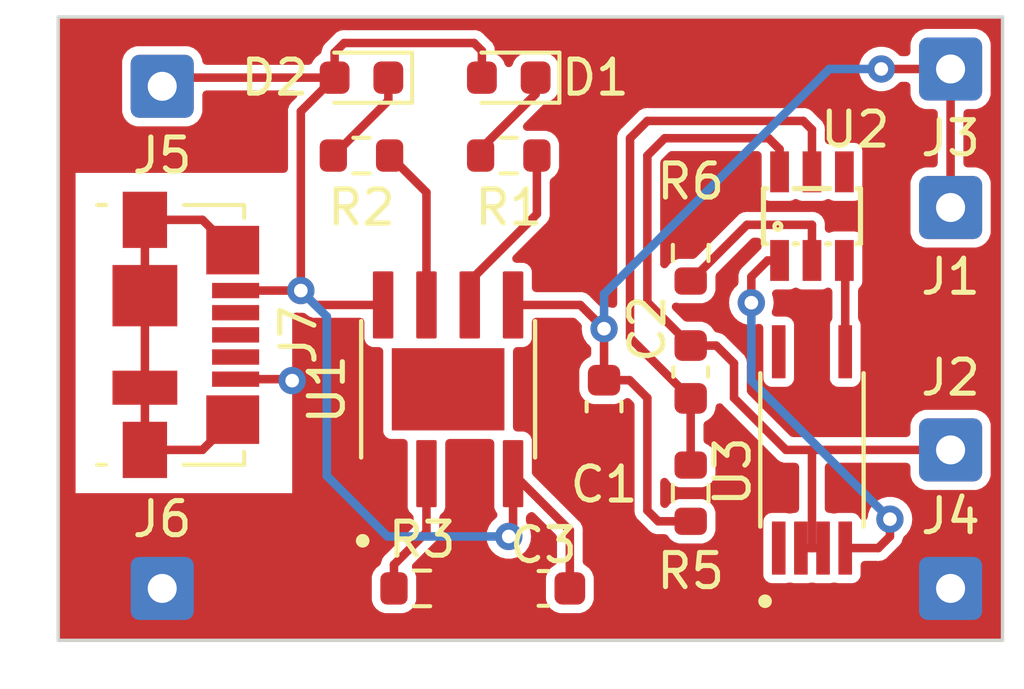
<source format=kicad_pcb>
(kicad_pcb (version 20221018) (generator pcbnew)
  (layers (0 "F.Cu" signal) (31 "B.Cu" signal) (34 "B.Paste" user) (35 "F.Paste" user) (36 "B.SilkS" user "B.Silkscreen") (37 "F.SilkS" user "F.Silkscreen") (38 "B.Mask" user) (39 "F.Mask" user) (44 "Edge.Cuts" user))
  (net 0 "")
  (net 1 "Net-(J1-Pin_1)")
  (net 2 "Net-(D1-K)")
  (net 3 "Net-(D1-A)")
  (net 4 "Net-(D2-K)")
  (net 5 "Net-(U1-~{STDBY})")
  (net 6 "Net-(U1-~{CHRG})")
  (net 7 "Net-(U1-PROG)")
  (net 8 "GND")
  (net 9 "Net-(U2-VCC)")
  (net 10 "Net-(J2-Pin_1)")
  (net 11 "Net-(U2-CS)")
  (net 12 "Net-(U2-OD)")
  (net 13 "Net-(U2-OC)")
  (net 20 "unconnected-(J7-Shield-Pad6)")
  (footprint "Capacitor_SMD:C_0603_1608Metric" (layer "F.Cu") (at 94.742 61.214 90)
    (fp_text reference "C2" (at 1.27 -1.27 90) (layer "F.SilkS"))
    (fp_text value "0,1u")
    (fp_line (start -0.14058 -0.51) (end 0.14058 -0.51) (stroke (width 0.12)) (layer "F.SilkS"))
    (fp_line (start -0.14058 0.51) (end 0.14058 0.51) (stroke (width 0.12)) (layer "F.SilkS"))
    (pad "1" smd roundrect (at -0.775 0 90) (size 0.9 0.95) (layers "F.Cu" "F.Paste" "F.Mask") (net 9 "Net-(U2-VCC)"))
    (pad "2" smd roundrect (at 0.775 0 90) (size 0.9 0.95) (layers "F.Cu" "F.Paste" "F.Mask") (net 10 "Net-(J2-Pin_1)"))
  )
  (footprint "Connector_Wire:SolderWire-0.25sqmm_1x01_D0.65mm_OD1.7mm" (layer "F.Cu") (at 102.362 67.564)
    (fp_text reference "J4" (at 0 -2.12) (layer "F.SilkS"))
    (fp_text value "OUT-")
    (pad "1" thru_hole roundrect (at 0 0) (size 1.85 1.85) (drill 0.85) (layers "*.Cu" "*.Mask") (roundrect_rratio 0.135135) (net 8 "GND"))
  )
  (footprint "Capacitor_SMD:C_0603_1608Metric" (layer "F.Cu") (at 92.202 62.23 -90)
    (fp_text reference "C1" (at 2.286 0) (layer "F.SilkS"))
    (fp_text value "10u")
    (fp_line (start -0.14058 -0.51) (end 0.14058 -0.51) (stroke (width 0.12)) (layer "F.SilkS"))
    (fp_line (start -0.14058 0.51) (end 0.14058 0.51) (stroke (width 0.12)) (layer "F.SilkS"))
    (pad "1" smd roundrect (at -0.775 0 270) (size 0.9 0.95) (layers "F.Cu" "F.Paste" "F.Mask") (net 1 "Net-(J1-Pin_1)"))
    (pad "2" smd roundrect (at 0.775 0 270) (size 0.9 0.95) (layers "F.Cu" "F.Paste" "F.Mask") (net 8 "GND"))
  )
  (footprint "Connector_Wire:SolderWire-0.25sqmm_1x01_D0.65mm_OD1.7mm" (layer "F.Cu") (at 102.362 52.324)
    (fp_text reference "J3" (at 0 2.032) (layer "F.SilkS"))
    (fp_text value "OUT+")
    (pad "1" thru_hole roundrect (at 0 0) (size 1.85 1.85) (drill 0.85) (layers "*.Cu" "*.Mask") (roundrect_rratio 0.135135) (net 1 "Net-(J1-Pin_1)"))
  )
  (footprint "#Library:SOT23-6" (layer "F.Cu") (at 98.298 56.642)
    (fp_text reference "U2" (at 1.27 -2.54) (layer "F.SilkS"))
    (fp_text value "DW01A")
    (fp_line (start -1.422 -0.81) (end -1.328 -0.81) (stroke (width 0.1524)) (layer "F.SilkS"))
    (fp_line (start -1.422 0.81) (end -1.422 -0.81) (stroke (width 0.1524)) (layer "F.SilkS"))
    (fp_line (start -1.328 0.81) (end -1.422 0.81) (stroke (width 0.1524)) (layer "F.SilkS"))
    (fp_line (start -0.522 -0.81) (end 0.522 -0.81) (stroke (width 0.1524)) (layer "F.SilkS"))
    (fp_line (start -0.428 0.81) (end -0.522 0.81) (stroke (width 0.1524)) (layer "F.SilkS"))
    (fp_line (start 0.522 0.81) (end 0.428 0.81) (stroke (width 0.1524)) (layer "F.SilkS"))
    (fp_line (start 1.328 -0.81) (end 1.422 -0.81) (stroke (width 0.1524)) (layer "F.SilkS"))
    (fp_line (start 1.422 -0.81) (end 1.422 0.81) (stroke (width 0.1524)) (layer "F.SilkS"))
    (fp_line (start 1.422 0.81) (end 1.328 0.81) (stroke (width 0.1524)) (layer "F.SilkS"))
    (fp_circle (center -1 0.3) (end -0.9 0.3) (stroke (width 0.127)) (fill none) (layer "F.SilkS"))
    (pad "1" smd rect (at -0.95 1.3) (size 0.55 1.2) (layers "F.Cu" "F.Paste" "F.Mask") (net 12 "Net-(U2-OD)"))
    (pad "2" smd rect (at 0 1.3) (size 0.55 1.2) (layers "F.Cu" "F.Paste" "F.Mask") (net 11 "Net-(U2-CS)"))
    (pad "3" smd rect (at 0.95 1.3) (size 0.55 1.2) (layers "F.Cu" "F.Paste" "F.Mask") (net 13 "Net-(U2-OC)"))
    (pad "4" smd rect (at 0.95 -1.3) (size 0.55 1.2) (layers "F.Cu" "F.Paste" "F.Mask"))
    (pad "5" smd rect (at 0 -1.3) (size 0.55 1.2) (layers "F.Cu" "F.Paste" "F.Mask") (net 9 "Net-(U2-VCC)"))
    (pad "6" smd rect (at -0.95 -1.3) (size 0.55 1.2) (layers "F.Cu" "F.Paste" "F.Mask") (net 10 "Net-(J2-Pin_1)"))
  )
  (footprint "Capacitor_SMD:C_0603_1608Metric" (layer "F.Cu") (at 90.424 67.564 180)
    (fp_text reference "C3" (at 0 1.27) (layer "F.SilkS"))
    (fp_text value "0,1u")
    (fp_line (start -0.14058 -0.51) (end 0.14058 -0.51) (stroke (width 0.12)) (layer "F.SilkS"))
    (fp_line (start -0.14058 0.51) (end 0.14058 0.51) (stroke (width 0.12)) (layer "F.SilkS"))
    (pad "1" smd roundrect (at -0.775 0 180) (size 0.9 0.95) (layers "F.Cu" "F.Paste" "F.Mask") (net 3 "Net-(D1-A)"))
    (pad "2" smd roundrect (at 0.775 0 180) (size 0.9 0.95) (layers "F.Cu" "F.Paste" "F.Mask") (net 8 "GND"))
  )
  (footprint "Resistor_SMD:R_0603_1608Metric" (layer "F.Cu") (at 89.408 54.864)
    (fp_text reference "R1" (at 0 1.524) (layer "F.SilkS"))
    (fp_text value "1k")
    (fp_line (start -0.237258 -0.5225) (end 0.237258 -0.5225) (stroke (width 0.12)) (layer "F.SilkS"))
    (fp_line (start -0.237258 0.5225) (end 0.237258 0.5225) (stroke (width 0.12)) (layer "F.SilkS"))
    (pad "1" smd roundrect (at -0.825 0) (size 0.8 0.95) (layers "F.Cu" "F.Paste" "F.Mask") (net 2 "Net-(D1-K)"))
    (pad "2" smd roundrect (at 0.825 0) (size 0.8 0.95) (layers "F.Cu" "F.Paste" "F.Mask") (net 5 "Net-(U1-~{STDBY})"))
  )
  (footprint "#Library:SOP65P640X120-8N" (layer "F.Cu") (at 98.298 63.5 90)
    (fp_text reference "U3" (at -0.635 -2.327 90) (layer "F.SilkS"))
    (fp_text value "FS8205A")
    (fp_line (start -2.25 -1.515) (end 2.25 -1.515) (stroke (width 0.127)) (layer "F.SilkS"))
    (fp_line (start -2.25 1.515) (end 2.25 1.515) (stroke (width 0.127)) (layer "F.SilkS"))
    (fp_circle (center -4.44 -1.375) (end -4.34 -1.375) (stroke (width 0.2)) (fill none) (layer "F.SilkS"))
    (pad "1" smd roundrect (at -2.88 -0.975 90) (size 1.56 0.4) (layers "F.Cu" "F.Paste" "F.Mask") (roundrect_rratio 0.05))
    (pad "2" smd roundrect (at -2.88 -0.325 90) (size 1.56 0.4) (layers "F.Cu" "F.Paste" "F.Mask") (roundrect_rratio 0.05) (net 10 "Net-(J2-Pin_1)"))
    (pad "3" smd roundrect (at -2.88 0.325 90) (size 1.56 0.4) (layers "F.Cu" "F.Paste" "F.Mask") (roundrect_rratio 0.05) (net 10 "Net-(J2-Pin_1)"))
    (pad "4" smd roundrect (at -2.88 0.975 90) (size 1.56 0.4) (layers "F.Cu" "F.Paste" "F.Mask") (roundrect_rratio 0.05) (net 12 "Net-(U2-OD)"))
    (pad "5" smd roundrect (at 2.88 0.975 90) (size 1.56 0.4) (layers "F.Cu" "F.Paste" "F.Mask") (roundrect_rratio 0.05) (net 13 "Net-(U2-OC)"))
    (pad "6" smd roundrect (at 2.88 0.325 90) (size 1.56 0.4) (layers "F.Cu" "F.Paste" "F.Mask") (roundrect_rratio 0.05) (net 8 "GND"))
    (pad "7" smd roundrect (at 2.88 -0.325 90) (size 1.56 0.4) (layers "F.Cu" "F.Paste" "F.Mask") (roundrect_rratio 0.05) (net 8 "GND"))
    (pad "8" smd roundrect (at 2.88 -0.975 90) (size 1.56 0.4) (layers "F.Cu" "F.Paste" "F.Mask") (roundrect_rratio 0.05))
  )
  (footprint "Resistor_SMD:R_0603_1608Metric" (layer "F.Cu") (at 85.09 54.864)
    (fp_text reference "R2" (at 0 1.524) (layer "F.SilkS"))
    (fp_text value "1k")
    (fp_line (start -0.237258 -0.5225) (end 0.237258 -0.5225) (stroke (width 0.12)) (layer "F.SilkS"))
    (fp_line (start -0.237258 0.5225) (end 0.237258 0.5225) (stroke (width 0.12)) (layer "F.SilkS"))
    (pad "1" smd roundrect (at -0.825 0) (size 0.8 0.95) (layers "F.Cu" "F.Paste" "F.Mask") (net 4 "Net-(D2-K)"))
    (pad "2" smd roundrect (at 0.825 0) (size 0.8 0.95) (layers "F.Cu" "F.Paste" "F.Mask") (net 6 "Net-(U1-~{CHRG})"))
  )
  (footprint "Resistor_SMD:R_0603_1608Metric" (layer "F.Cu") (at 86.868 67.564)
    (fp_text reference "R3" (at 0 -1.43) (layer "F.SilkS"))
    (fp_text value "1,2k")
    (fp_line (start -0.237258 -0.5225) (end 0.237258 -0.5225) (stroke (width 0.12)) (layer "F.SilkS"))
    (fp_line (start -0.237258 0.5225) (end 0.237258 0.5225) (stroke (width 0.12)) (layer "F.SilkS"))
    (pad "1" smd roundrect (at -0.825 0) (size 0.8 0.95) (layers "F.Cu" "F.Paste" "F.Mask") (net 7 "Net-(U1-PROG)"))
    (pad "2" smd roundrect (at 0.825 0) (size 0.8 0.95) (layers "F.Cu" "F.Paste" "F.Mask") (net 8 "GND"))
  )
  (footprint "Connector_Wire:SolderWire-0.25sqmm_1x01_D0.65mm_OD1.7mm" (layer "F.Cu") (at 102.362 56.388)
    (fp_text reference "J1" (at 0 2.032) (layer "F.SilkS"))
    (fp_text value "B+")
    (pad "1" thru_hole roundrect (at 0 0) (size 1.85 1.85) (drill 0.85) (layers "*.Cu" "*.Mask") (roundrect_rratio 0.135135) (net 1 "Net-(J1-Pin_1)"))
  )
  (footprint "LED_SMD:LED_0603_1608Metric" (layer "F.Cu") (at 89.408 52.578 180)
    (fp_text reference "D1" (at -2.54 0) (layer "F.SilkS"))
    (fp_text value "Green")
    (fp_line (start -1.485 -0.735) (end -1.485 0.735) (stroke (width 0.12)) (layer "F.SilkS"))
    (fp_line (start -1.485 0.735) (end 0.8 0.735) (stroke (width 0.12)) (layer "F.SilkS"))
    (fp_line (start 0.8 -0.735) (end -1.485 -0.735) (stroke (width 0.12)) (layer "F.SilkS"))
    (pad "1" smd roundrect (at -0.7875 0 180) (size 0.875 0.95) (layers "F.Cu" "F.Paste" "F.Mask") (net 2 "Net-(D1-K)"))
    (pad "2" smd roundrect (at 0.7875 0 180) (size 0.875 0.95) (layers "F.Cu" "F.Paste" "F.Mask") (net 3 "Net-(D1-A)"))
  )
  (footprint "Resistor_SMD:R_0603_1608Metric" (layer "F.Cu") (at 94.742 57.721 90)
    (fp_text reference "R6" (at 2.095 0) (layer "F.SilkS"))
    (fp_text value "1k")
    (fp_line (start -0.237258 -0.5225) (end 0.237258 -0.5225) (stroke (width 0.12)) (layer "F.SilkS"))
    (fp_line (start -0.237258 0.5225) (end 0.237258 0.5225) (stroke (width 0.12)) (layer "F.SilkS"))
    (pad "1" smd roundrect (at -0.825 0 90) (size 0.8 0.95) (layers "F.Cu" "F.Paste" "F.Mask") (net 11 "Net-(U2-CS)"))
    (pad "2" smd roundrect (at 0.825 0 90) (size 0.8 0.95) (layers "F.Cu" "F.Paste" "F.Mask") (net 8 "GND"))
  )
  (footprint "Connector_Wire:SolderWire-0.25sqmm_1x01_D0.65mm_OD1.7mm" (layer "F.Cu") (at 79.248 52.832)
    (fp_text reference "J5" (at 0 2.032) (layer "F.SilkS"))
    (fp_text value "+")
    (pad "1" thru_hole roundrect (at 0 0) (size 1.85 1.85) (drill 0.85) (layers "*.Cu" "*.Mask") (roundrect_rratio 0.135135) (net 3 "Net-(D1-A)"))
  )
  (footprint "Connector_Wire:SolderWire-0.25sqmm_1x01_D0.65mm_OD1.7mm" (layer "F.Cu") (at 102.362 63.5)
    (fp_text reference "J2" (at 0 -2.12) (layer "F.SilkS"))
    (fp_text value "B-")
    (pad "1" thru_hole roundrect (at 0 0) (size 1.85 1.85) (drill 0.85) (layers "*.Cu" "*.Mask") (roundrect_rratio 0.135135) (net 10 "Net-(J2-Pin_1)"))
  )
  (footprint "#Library:SOP127P600X175-9N" (layer "F.Cu") (at 87.63 61.722 90)
    (fp_text reference "U1" (at 0 -3.556 90) (layer "F.SilkS"))
    (fp_text value "TP4056")
    (fp_line (start -2 -2.55) (end 2 -2.55) (stroke (width 0.127)) (layer "F.SilkS"))
    (fp_line (start -2 2.55) (end 2 2.55) (stroke (width 0.127)) (layer "F.SilkS"))
    (fp_circle (center -4.445 -2.505) (end -4.345 -2.505) (stroke (width 0.2)) (fill none) (layer "F.SilkS"))
    (pad "1" smd roundrect (at -2.475 -1.905 90) (size 1.97 0.6) (layers "F.Cu" "F.Paste" "F.Mask") (roundrect_rratio 0.07) (net 8 "GND"))
    (pad "2" smd roundrect (at -2.475 -0.635 90) (size 1.97 0.6) (layers "F.Cu" "F.Paste" "F.Mask") (roundrect_rratio 0.07) (net 7 "Net-(U1-PROG)"))
    (pad "3" smd roundrect (at -2.475 0.635 90) (size 1.97 0.6) (layers "F.Cu" "F.Paste" "F.Mask") (roundrect_rratio 0.07) (net 8 "GND"))
    (pad "4" smd roundrect (at -2.475 1.905 90) (size 1.97 0.6) (layers "F.Cu" "F.Paste" "F.Mask") (roundrect_rratio 0.07) (net 3 "Net-(D1-A)"))
    (pad "5" smd roundrect (at 2.475 1.905 90) (size 1.97 0.6) (layers "F.Cu" "F.Paste" "F.Mask") (roundrect_rratio 0.07) (net 1 "Net-(J1-Pin_1)"))
    (pad "6" smd roundrect (at 2.475 0.635 90) (size 1.97 0.6) (layers "F.Cu" "F.Paste" "F.Mask") (roundrect_rratio 0.07) (net 5 "Net-(U1-~{STDBY})"))
    (pad "7" smd roundrect (at 2.475 -0.635 90) (size 1.97 0.6) (layers "F.Cu" "F.Paste" "F.Mask") (roundrect_rratio 0.07) (net 6 "Net-(U1-~{CHRG})"))
    (pad "8" smd roundrect (at 2.475 -1.905 90) (size 1.97 0.6) (layers "F.Cu" "F.Paste" "F.Mask") (roundrect_rratio 0.07) (net 3 "Net-(D1-A)"))
    (pad "9" smd rect (at 0 0 90) (size 2.413 3.302) (layers "F.Cu" "F.Mask"))
  )
  (footprint "Connector_USB:USB_Micro-B_Molex_47346-0001" (layer "F.Cu") (at 79.94 60.125 -90)
    (fp_text reference "J7" (at 0 -3.3 90) (layer "F.SilkS"))
    (fp_text value "USB_B_Micro")
    (fp_line (start -3.81 -1.71) (end -3.43 -1.71) (stroke (width 0.12)) (layer "F.SilkS"))
    (fp_line (start -3.81 0.06) (end -3.81 -1.71) (stroke (width 0.12)) (layer "F.SilkS"))
    (fp_line (start -3.81 2.6) (end -3.81 2.34) (stroke (width 0.12)) (layer "F.SilkS"))
    (fp_line (start 3.81 -1.71) (end 3.43 -1.71) (stroke (width 0.12)) (layer "F.SilkS"))
    (fp_line (start 3.81 -1.71) (end 3.81 0.06) (stroke (width 0.12)) (layer "F.SilkS"))
    (fp_line (start 3.81 2.34) (end 3.81 2.6) (stroke (width 0.12)) (layer "F.SilkS"))
    (pad "1" smd rect (at -1.3 -1.46 270) (size 0.45 1.38) (layers "F.Cu" "F.Paste" "F.Mask") (net 3 "Net-(D1-A)"))
    (pad "2" smd rect (at -0.65 -1.46 270) (size 0.45 1.38) (layers "F.Cu" "F.Paste" "F.Mask"))
    (pad "3" smd rect (at 0 -1.46 270) (size 0.45 1.38) (layers "F.Cu" "F.Paste" "F.Mask"))
    (pad "4" smd rect (at 0.65 -1.46 270) (size 0.45 1.38) (layers "F.Cu" "F.Paste" "F.Mask"))
    (pad "5" smd rect (at 1.3 -1.46 270) (size 0.45 1.38) (layers "F.Cu" "F.Paste" "F.Mask") (net 8 "GND"))
    (pad "6" smd rect (at -3.375 1.2 270) (size 1.65 1.3) (layers "F.Cu" "F.Paste" "F.Mask") (net 20 "unconnected-(J7-Shield-Pad6)"))
    (pad "6" smd rect (at -2.4875 -1.375 270) (size 1.425 1.55) (layers "F.Cu" "F.Paste" "F.Mask") (net 20 "unconnected-(J7-Shield-Pad6)"))
    (pad "6" smd rect (at -1.15 1.2 270) (size 1.8 1.9) (layers "F.Cu" "F.Paste" "F.Mask") (net 20 "unconnected-(J7-Shield-Pad6)"))
    (pad "6" smd rect (at 1.55 1.2 270) (size 1 1.9) (layers "F.Cu" "F.Paste" "F.Mask") (net 20 "unconnected-(J7-Shield-Pad6)"))
    (pad "6" smd rect (at 2.4875 -1.375 270) (size 1.425 1.55) (layers "F.Cu" "F.Paste" "F.Mask") (net 20 "unconnected-(J7-Shield-Pad6)"))
    (pad "6" smd rect (at 3.375 1.2 270) (size 1.65 1.3) (layers "F.Cu" "F.Paste" "F.Mask") (net 20 "unconnected-(J7-Shield-Pad6)"))
  )
  (footprint "LED_SMD:LED_0603_1608Metric" (layer "F.Cu") (at 85.09 52.578 180)
    (fp_text reference "D2" (at 2.54 0) (layer "F.SilkS"))
    (fp_text value "Red")
    (fp_line (start -1.485 -0.735) (end -1.485 0.735) (stroke (width 0.12)) (layer "F.SilkS"))
    (fp_line (start -1.485 0.735) (end 0.8 0.735) (stroke (width 0.12)) (layer "F.SilkS"))
    (fp_line (start 0.8 -0.735) (end -1.485 -0.735) (stroke (width 0.12)) (layer "F.SilkS"))
    (pad "1" smd roundrect (at -0.7875 0 180) (size 0.875 0.95) (layers "F.Cu" "F.Paste" "F.Mask") (net 4 "Net-(D2-K)"))
    (pad "2" smd roundrect (at 0.7875 0 180) (size 0.875 0.95) (layers "F.Cu" "F.Paste" "F.Mask") (net 3 "Net-(D1-A)"))
  )
  (footprint "Connector_Wire:SolderWire-0.25sqmm_1x01_D0.65mm_OD1.7mm" (layer "F.Cu") (at 79.248 67.564)
    (fp_text reference "J6" (at 0 -2.032) (layer "F.SilkS"))
    (fp_text value "-")
    (pad "1" thru_hole roundrect (at 0 0) (size 1.85 1.85) (drill 0.85) (layers "*.Cu" "*.Mask") (roundrect_rratio 0.135135) (net 8 "GND"))
  )
  (footprint "Resistor_SMD:R_0603_1608Metric" (layer "F.Cu") (at 94.742 64.77 -90)
    (fp_text reference "R5" (at 2.286 0) (layer "F.SilkS"))
    (fp_text value "100")
    (fp_line (start -0.237258 -0.5225) (end 0.237258 -0.5225) (stroke (width 0.12)) (layer "F.SilkS"))
    (fp_line (start -0.237258 0.5225) (end 0.237258 0.5225) (stroke (width 0.12)) (layer "F.SilkS"))
    (pad "1" smd roundrect (at -0.825 0 270) (size 0.8 0.95) (layers "F.Cu" "F.Paste" "F.Mask") (net 9 "Net-(U2-VCC)"))
    (pad "2" smd roundrect (at 0.825 0 270) (size 0.8 0.95) (layers "F.Cu" "F.Paste" "F.Mask") (net 1 "Net-(J1-Pin_1)"))
  )
  (gr_line (start 76.2 50.8) (end 103.886 50.8) (stroke (width 0.1)) (layer "Edge.Cuts"))
  (gr_line (start 103.886 69.088) (end 103.886 50.8) (stroke (width 0.1)) (layer "Edge.Cuts"))
  (gr_line (start 76.2 69.088) (end 103.886 69.088) (stroke (width 0.1)) (layer "Edge.Cuts"))
  (gr_line (start 76.2 69.088) (end 76.2 50.8) (stroke (width 0.1)) (layer "Edge.Cuts"))
  (segment (start 93.472 61.976) (end 92.951 61.455) (width 0.25) (layer "F.Cu") (net 1))
  (segment (start 92.202 59.944) (end 91.505 59.247) (width 0.25) (layer "F.Cu") (net 1))
  (segment (start 93.789 65.595) (end 93.472 65.278) (width 0.25) (layer "F.Cu") (net 1))
  (segment (start 93.472 65.278) (end 93.472 61.976) (width 0.25) (layer "F.Cu") (net 1))
  (segment (start 91.505 59.247) (end 89.535 59.247) (width 0.25) (layer "F.Cu") (net 1))
  (segment (start 100.33 52.324) (end 102.362 52.324) (width 0.25) (layer "F.Cu") (net 1))
  (segment (start 102.362 56.388) (end 102.362 52.324) (width 0.25) (layer "F.Cu") (net 1))
  (segment (start 92.951 61.455) (end 92.202 61.455) (width 0.25) (layer "F.Cu") (net 1))
  (segment (start 94.742 65.595) (end 93.789 65.595) (width 0.25) (layer "F.Cu") (net 1))
  (segment (start 92.202 61.455) (end 92.202 59.944) (width 0.25) (layer "F.Cu") (net 1))
  (via (at 92.202 59.944) (size 0.8) (drill 0.4) (layers "F.Cu" "B.Cu") (net 1))
  (via (at 100.33 52.324) (size 0.8) (drill 0.4) (layers "F.Cu" "B.Cu") (net 1))
  (segment (start 98.806 52.324) (end 100.33 52.324) (width 0.25) (layer "B.Cu") (net 1))
  (segment (start 92.202 58.928) (end 98.806 52.324) (width 0.25) (layer "B.Cu") (net 1))
  (segment (start 92.202 59.944) (end 92.202 58.928) (width 0.25) (layer "B.Cu") (net 1))
  (segment (start 90.1955 52.578) (end 90.1955 53.0605) (width 0.25) (layer "F.Cu") (net 2))
  (segment (start 90.1955 53.0605) (end 88.583 54.673) (width 0.25) (layer "F.Cu") (net 2))
  (segment (start 88.583 54.673) (end 88.583 54.864) (width 0.25) (layer "F.Cu") (net 2))
  (segment (start 85.725 59.247) (end 83.734 59.247) (width 0.25) (layer "F.Cu") (net 3))
  (segment (start 88.6205 52.578) (end 88.6205 51.7905) (width 0.25) (layer "F.Cu") (net 3))
  (segment (start 83.312 53.5685) (end 84.3025 52.578) (width 0.25) (layer "F.Cu") (net 3))
  (segment (start 88.392 51.562) (end 84.582 51.562) (width 0.25) (layer "F.Cu") (net 3))
  (segment (start 84.582 51.562) (end 84.3025 51.8415) (width 0.25) (layer "F.Cu") (net 3))
  (segment (start 89.535 65.913) (end 89.535 64.197) (width 0.25) (layer "F.Cu") (net 3))
  (segment (start 89.408 66.04) (end 89.535 65.913) (width 0.25) (layer "F.Cu") (net 3))
  (segment (start 88.6205 51.7905) (end 88.392 51.562) (width 0.25) (layer "F.Cu") (net 3))
  (segment (start 84.3025 51.8415) (end 84.3025 52.578) (width 0.25) (layer "F.Cu") (net 3))
  (segment (start 91.199 65.861) (end 89.535 64.197) (width 0.25) (layer "F.Cu") (net 3))
  (segment (start 91.199 67.564) (end 91.199 65.861) (width 0.25) (layer "F.Cu") (net 3))
  (segment (start 79.502 52.578) (end 79.248 52.832) (width 0.25) (layer "F.Cu") (net 3))
  (segment (start 83.734 59.247) (end 83.312 58.825) (width 0.25) (layer "F.Cu") (net 3))
  (segment (start 83.312 58.825) (end 83.312 53.5685) (width 0.25) (layer "F.Cu") (net 3))
  (segment (start 84.3025 52.578) (end 79.502 52.578) (width 0.25) (layer "F.Cu") (net 3))
  (segment (start 83.312 58.825) (end 81.4 58.825) (width 0.25) (layer "F.Cu") (net 3))
  (via (at 89.408 66.04) (size 0.8) (drill 0.4) (layers "F.Cu" "B.Cu") (net 3))
  (via (at 83.312 58.825) (size 0.8) (drill 0.4) (layers "F.Cu" "B.Cu") (net 3))
  (segment (start 85.852 66.04) (end 89.408 66.04) (width 0.25) (layer "B.Cu") (net 3))
  (segment (start 84.074 59.587) (end 84.074 64.262) (width 0.25) (layer "B.Cu") (net 3))
  (segment (start 83.312 58.825) (end 84.074 59.587) (width 0.25) (layer "B.Cu") (net 3))
  (segment (start 84.074 64.262) (end 85.852 66.04) (width 0.25) (layer "B.Cu") (net 3))
  (segment (start 85.8775 52.578) (end 85.8775 53.2515) (width 0.25) (layer "F.Cu") (net 4))
  (segment (start 85.8775 53.2515) (end 84.265 54.864) (width 0.25) (layer "F.Cu") (net 4))
  (segment (start 88.265 59.247) (end 88.265 58.547) (width 0.25) (layer "F.Cu") (net 5))
  (segment (start 88.265 58.547) (end 90.233 56.579) (width 0.25) (layer "F.Cu") (net 5))
  (segment (start 90.233 56.579) (end 90.233 54.864) (width 0.25) (layer "F.Cu") (net 5))
  (segment (start 86.995 55.944) (end 85.915 54.864) (width 0.25) (layer "F.Cu") (net 6))
  (segment (start 86.995 59.247) (end 86.995 55.944) (width 0.25) (layer "F.Cu") (net 6))
  (segment (start 86.043 66.865) (end 86.043 67.564) (width 0.25) (layer "F.Cu") (net 7))
  (segment (start 86.995 65.913) (end 86.043 66.865) (width 0.25) (layer "F.Cu") (net 7))
  (segment (start 86.995 64.197) (end 86.995 65.913) (width 0.25) (layer "F.Cu") (net 7))
  (segment (start 83.015 61.425) (end 83.058 61.468) (width 0.25) (layer "F.Cu") (net 8))
  (segment (start 83.058 61.468) (end 82.89 61.425) (width 0.25) (layer "F.Cu") (net 8))
  (segment (start 81.4 61.425) (end 83.015 61.425) (width 0.25) (layer "F.Cu") (net 8))
  (segment (start 82.89 61.425) (end 82.847 61.425) (width 0.25) (layer "F.Cu") (net 8))
  (via (at 83.058 61.468) (size 0.8) (drill 0.4) (layers "F.Cu" "B.Cu") (net 8))
  (segment (start 92.964 60.211) (end 92.964 54.356) (width 0.25) (layer "F.Cu") (net 9))
  (segment (start 94.742 63.945) (end 94.742 61.989) (width 0.25) (layer "F.Cu") (net 9))
  (segment (start 94.742 61.989) (end 92.964 60.211) (width 0.25) (layer "F.Cu") (net 9))
  (segment (start 93.472 53.848) (end 98.044 53.848) (width 0.25) (layer "F.Cu") (net 9))
  (segment (start 92.964 54.356) (end 93.472 53.848) (width 0.25) (layer "F.Cu") (net 9))
  (segment (start 98.298 54.102) (end 98.298 55.342) (width 0.25) (layer "F.Cu") (net 9))
  (segment (start 98.044 53.848) (end 98.298 54.102) (width 0.25) (layer "F.Cu") (net 9))
  (segment (start 93.472 54.864) (end 93.472 59.169) (width 0.25) (layer "F.Cu") (net 10))
  (segment (start 97.536 63.5) (end 96.012 61.976) (width 0.25) (layer "F.Cu") (net 10))
  (segment (start 98.298 66.38) (end 98.298 63.5) (width 0.25) (layer "F.Cu") (net 10))
  (segment (start 102.362 63.5) (end 97.536 63.5) (width 0.25) (layer "F.Cu") (net 10))
  (segment (start 97.348 55.342) (end 97.348 54.676) (width 0.25) (layer "F.Cu") (net 10))
  (segment (start 97.348 54.676) (end 97.028 54.356) (width 0.25) (layer "F.Cu") (net 10))
  (segment (start 93.472 59.169) (end 94.742 60.439) (width 0.25) (layer "F.Cu") (net 10))
  (segment (start 95.491 60.439) (end 94.742 60.439) (width 0.25) (layer "F.Cu") (net 10))
  (segment (start 97.028 54.356) (end 93.98 54.356) (width 0.25) (layer "F.Cu") (net 10))
  (segment (start 93.98 54.356) (end 93.472 54.864) (width 0.25) (layer "F.Cu") (net 10))
  (segment (start 97.973 66.38) (end 98.623 66.38) (width 0.25) (layer "F.Cu") (net 10))
  (segment (start 96.012 61.976) (end 96.012 60.96) (width 0.25) (layer "F.Cu") (net 10))
  (segment (start 96.012 60.96) (end 95.491 60.439) (width 0.25) (layer "F.Cu") (net 10))
  (segment (start 96.392 56.896) (end 98.298 56.896) (width 0.25) (layer "F.Cu") (net 11))
  (segment (start 94.742 58.546) (end 96.392 56.896) (width 0.25) (layer "F.Cu") (net 11))
  (segment (start 98.298 56.896) (end 98.298 57.942) (width 0.25) (layer "F.Cu") (net 11))
  (segment (start 99.273 66.38) (end 100.244 66.38) (width 0.25) (layer "F.Cu") (net 12))
  (segment (start 96.998 57.942) (end 96.52 58.42) (width 0.25) (layer "F.Cu") (net 12))
  (segment (start 96.52 58.42) (end 96.52 59.182) (width 0.25) (layer "F.Cu") (net 12))
  (segment (start 100.584 66.04) (end 100.584 65.532) (width 0.25) (layer "F.Cu") (net 12))
  (segment (start 100.244 66.38) (end 100.584 66.04) (width 0.25) (layer "F.Cu") (net 12))
  (segment (start 97.348 57.942) (end 96.998 57.942) (width 0.25) (layer "F.Cu") (net 12))
  (via (at 100.584 65.532) (size 0.8) (drill 0.4) (layers "F.Cu" "B.Cu") (net 12))
  (via (at 96.52 59.182) (size 0.8) (drill 0.4) (layers "F.Cu" "B.Cu") (net 12))
  (segment (start 96.52 61.468) (end 96.52 59.182) (width 0.25) (layer "B.Cu") (net 12))
  (segment (start 100.584 65.532) (end 96.52 61.468) (width 0.25) (layer "B.Cu") (net 12))
  (segment (start 99.273 60.62) (end 99.273 57.967) (width 0.25) (layer "F.Cu") (net 13))
  (segment (start 99.273 57.967) (end 99.248 57.942) (width 0.25) (layer "F.Cu") (net 13))
  (segment (start 81.315 57.6375) (end 80.4275 56.75) (width 0.25) (layer "F.Cu") (net 20))
  (segment (start 81.315 62.6125) (end 80.4275 63.5) (width 0.25) (layer "F.Cu") (net 20))
  (segment (start 80.4275 63.5) (end 78.74 63.5) (width 0.25) (layer "F.Cu") (net 20))
  (segment (start 80.4275 56.75) (end 78.74 56.75) (width 0.25) (layer "F.Cu") (net 20))
  (segment (start 78.74 63.5) (end 78.74 56.75) (width 0.25) (layer "F.Cu") (net 20))
  (zone (net 0) (net_name "") (layer "F.Cu") (connect_pads (clearance 0)) (min_thickness 0.25)
    (keepout (tracks allowed) (vias allowed) (pads allowed) (copperpour not_allowed) (footprints allowed))
    (fill (thermal_gap 0.5) (thermal_bridge_width 0.5))
    (polygon (pts (xy 76.708 55.372) (xy 76.708 64.77) (xy 83.058 64.77) (xy 83.058 55.372)))
  )
  (zone (net 8) (net_name "GND") (layer "F.Cu") (connect_pads yes (clearance 0.25)) (min_thickness 0.25) (fill yes (thermal_gap 0.5) (thermal_bridge_width 0.5))
    (polygon (pts (xy 76.2 50.8) (xy 76.2 69.088) (xy 103.886 69.088) (xy 103.886 50.8)))
  )
)
</source>
